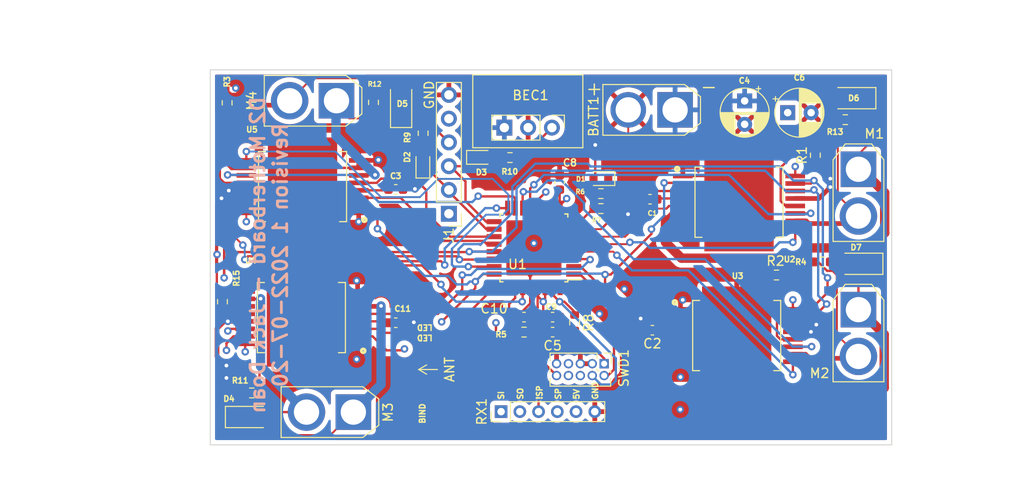
<source format=kicad_pcb>
(kicad_pcb (version 20211014) (generator pcbnew)
  (layers (0 "F.Cu" signal) (1 "In1.Cu" signal) (2 "In2.Cu" signal) (31 "B.Cu" signal) (34 "B.Paste" user) (35 "F.Paste" user) (36 "B.SilkS" user "B.Silkscreen") (37 "F.SilkS" user "F.Silkscreen") (38 "B.Mask" user) (39 "F.Mask" user) (44 "Edge.Cuts" user))
  (net 0 "")
  (net 1 "5V")
  (net 2 "BATT")
  (net 3 "GND")
  (net 5 "FTDI_RXI")
  (net 6 "FTDI_TXO")
  (net 7 "EN4")
  (net 8 "SWDIO")
  (net 9 "RX_FPORT_RX_SERCOM0")
  (net 10 "EN3")
  (net 11 "OUT1_P")
  (net 12 "OUT1_N")
  (net 13 "OUT2_P")
  (net 14 "OUT2_N")
  (net 15 "OUT3_P")
  (net 16 "OUT3_N")
  (net 17 "OUT4_P")
  (net 18 "OUT4_N")
  (net 19 "Net-(R1-Pad1)")
  (net 20 "Net-(R2-Pad1)")
  (net 21 "DIR1")
  (net 22 "DIR2")
  (net 23 "DIR3")
  (net 24 "DIR4")
  (net 25 "EN1")
  (net 26 "EN2")
  (net 27 "V_BATT_SENSE")
  (net 28 "RX_FPORT_TX")
  (net 29 "PWM1")
  (net 30 "PWM3")
  (net 31 "PWM4")
  (net 32 "CS4")
  (net 33 "MOSI")
  (net 34 "SCK")
  (net 35 "CS1")
  (net 36 "MISO")
  (net 37 "CS3")
  (net 38 "CS2")
  (net 39 "SWCLK")
  (net 40 "PWM2")
  (net 41 "RESET")
  (net 42 "Net-(D1-Pad1)")
  (net 43 "Net-(D2-Pad2)")
  (net 44 "Net-(D3-Pad2)")
  (net 46 "Net-(D4-Pad2)")
  (net 47 "Net-(D5-Pad2)")
  (net 48 "Net-(D6-Pad2)")
  (net 49 "Net-(D7-Pad2)")
  (net 56 "Net-(C11-Pad1)")
  (net 57 "Net-(R15-Pad1)")
  (net 58 "Net-(C3-Pad1)")
  (net 59 "Net-(R3-Pad1)")
  (net 60 "Net-(C1-Pad1)")
  (net 61 "Net-(C2-Pad1)")
  (footprint "Connector_AMASS:AMASS_XT30U-F_1x02_P5.0mm_Vertical" (layer "F.Cu") (at 118.975 90.55 180)
    (fp_text reference "M3")
    (fp_text value "Screw_Terminal_01x02")
  )
  (footprint "PowerSO-16:IC_VND5T016ASPTR-E_wider_pads" (layer "F.Cu") (at 113.55 66.45 180)
    (fp_text reference "U5")
    (fp_text value "L9958")
  )
  (footprint "Resistor_SMD:R_0603_1608Metric" (layer "F.Cu") (at 108.13 88.5)
    (fp_text reference "R11")
    (fp_text value "1k 1%")
  )
  (footprint "Resistor_SMD:R_0603_1608Metric" (layer "F.Cu") (at 126.425 60.75 -90)
    (fp_text reference "R9")
    (fp_text value "330 1%")
  )
  (footprint "Resistor_SMD:R_0603_1608Metric" (layer "F.Cu") (at 169 74.5 180)
    (fp_text reference "R4")
    (fp_text value "1k 1%")
  )
  (footprint "Capacitor_SMD:C_0603_1608Metric" (layer "F.Cu") (at 150.9 81.8 180)
    (fp_text reference "C2")
    (fp_text value "0.1uF")
  )
  (footprint "Resistor_SMD:R_0603_1608Metric" (layer "F.Cu") (at 164.15 75.9 180)
    (fp_text reference "R2")
    (fp_text value "10k 1%")
  )
  (footprint "Resistor_SMD:R_0603_1608Metric" (layer "F.Cu") (at 145.4 67.2 180)
    (fp_text reference "R6")
    (fp_text value "10k 1%" hide)
  )
  (footprint "Resistor_SMD:R_0603_1608Metric" (layer "F.Cu") (at 142.6 81 90)
    (fp_text reference "R8")
    (fp_text value "1k 1%")
  )
  (footprint "Resistor_SMD:R_0603_1608Metric" (layer "F.Cu") (at 137.2 82)
    (fp_text reference "R5")
    (fp_text value "10k 1%")
  )
  (footprint "Diode_SMD:D_0603_1608Metric" (layer "F.Cu") (at 132.55 63.325)
    (fp_text reference "D3")
    (fp_text value "LED")
  )
  (footprint "Diode_SMD:D_0603_1608Metric" (layer "F.Cu") (at 126.4 64.05 90)
    (fp_text reference "D2")
    (fp_text value "LED")
  )
  (footprint "Resistor_SMD:R_0603_1608Metric" (layer "F.Cu") (at 168.3 63.1 90)
    (fp_text reference "R1")
    (fp_text value "10k 1%")
  )
  (footprint "Connector_PinHeader_2.54mm:PinHeader_1x06_P2.54mm_Vertical" (layer "F.Cu") (at 129.175 69.35 180)
    (fp_text reference "J1")
    (fp_text value "FTDI")
  )
  (footprint "Capacitor_SMD:C_0603_1608Metric" (layer "F.Cu") (at 141 66 90)
    (fp_text reference "C8")
    (fp_text value "0.1uF")
  )
  (footprint "Resistor_SMD:R_0603_1608Metric" (layer "F.Cu") (at 171.5 59.3)
    (fp_text reference "R13")
    (fp_text value "1k 1%")
  )
  (footprint "Resistor_SMD:R_0603_1608Metric" (layer "F.Cu") (at 121.125 57.45 -90)
    (fp_text reference "R12")
    (fp_text value "1k 1%")
  )
  (footprint "Connector_PinHeader_2.00mm:PinHeader_1x06_P2.00mm_Vertical" (layer "F.Cu") (at 134.75 90.5 90)
    (fp_text reference "RX1")
    (fp_text value "RX")
  )
  (footprint "Connector_PinHeader_1.27mm:PinHeader_2x05_P1.27mm_Vertical" (layer "F.Cu") (at 145.75 85.375 -90)
    (fp_text reference "SWD1")
    (fp_text value "Conn_02x05_Odd_Even" hide)
  )
  (footprint "Capacitor_SMD:C_0603_1608Metric" (layer "F.Cu") (at 150.65 67.8 180)
    (fp_text reference "C1")
    (fp_text value "0.1uF")
  )
  (footprint "Connector_AMASS:AMASS_XT30U-F_1x02_P5.0mm_Vertical" (layer "F.Cu") (at 172.9 79.6 -90)
    (fp_text reference "M2")
    (fp_text value "Screw_Terminal_01x02" hide)
  )
  (footprint "Capacitor_SMD:C_0603_1608Metric" (layer "F.Cu") (at 137.2 80.4 180)
    (fp_text reference "C10")
    (fp_text value "0.1uF")
  )
  (footprint "LED_SMD:LED_1206_3216Metric_Pad1.42x1.75mm_HandSolder" (layer "F.Cu") (at 173.05 74.7 180)
    (fp_text reference "D7")
    (fp_text value "LED_Dual_Bidirectional")
  )
  (footprint "Resistor_SMD:R_0603_1608Metric" (layer "F.Cu") (at 105.5 57.5 90)
    (fp_text reference "R3")
    (fp_text value "10k 1%")
  )
  (footprint "Connector_PinHeader_2.54mm:PinHeader_1x03_P2.54mm_Vertical" (layer "F.Cu") (at 140.175 60.15 -90)
    (fp_text reference "BEC1")
    (fp_text value "BEC")
  )
  (footprint "Capacitor_SMD:C_0603_1608Metric" (layer "F.Cu") (at 140.25 80.4)
    (fp_text reference "C9")
    (fp_text value "1uF")
  )
  (footprint "Capacitor_SMD:C_0603_1608Metric" (layer "F.Cu") (at 123.5 66.75)
    (fp_text reference "C3")
    (fp_text value "0.1uF")
  )
  (footprint "PowerSO-16:IC_VND5T016ASPTR-E_wider_pads" (layer "F.Cu") (at 113.43 80.45 180)
    (fp_text reference "U4")
    (fp_text value "L9958")
  )
  (footprint "LED_SMD:LED_1206_3216Metric_Pad1.42x1.75mm_HandSolder" (layer "F.Cu") (at 172.3 57 180)
    (fp_text reference "D6")
    (fp_text value "LED_Dual_Bidirectional")
  )
  (footprint "Package_QFP:TQFP-32_7x7mm_P0.8mm" (layer "F.Cu") (at 138.25 73 180)
    (fp_text reference "U1")
    (fp_text value "PIC32CM6408MC00032-I/PT" hide)
  )
  (footprint "Connector_AMASS:AMASS_XT30U-M_1x02_P5.0mm_Vertical" (layer "F.Cu") (at 153.325 58.25 180)
    (fp_text reference "BATT1")
    (fp_text value "Screw_Terminal_01x02" hide)
  )
  (footprint "Capacitor_THT:CP_Radial_D5.0mm_P2.50mm" (layer "F.Cu") (at 165.344888 58.55)
    (fp_text reference "C6")
    (fp_text value "47uF")
  )
  (footprint "LED_SMD:LED_1206_3216Metric_Pad1.42x1.75mm_HandSolder" (layer "F.Cu") (at 107.775 91.075)
    (fp_text reference "D4")
    (fp_text value "LED_Dual_Bidirectional")
  )
  (footprint "Capacitor_SMD:C_0603_1608Metric" (layer "F.Cu") (at 140.25 82)
    (fp_text reference "C5")
    (fp_text value "0.1uF")
  )
  (footprint "Capacitor_SMD:C_0603_1608Metric" (layer "F.Cu") (at 123.5 81)
    (fp_text reference "C11")
    (fp_text value "0.1uF")
  )
  (footprint "Connector_AMASS:AMASS_XT30U-F_1x02_P5.0mm_Vertical" (layer "F.Cu") (at 172.9 64.6 -90)
    (fp_text reference "M1")
    (fp_text value "Screw_Terminal_01x02" hide)
  )
  (footprint "Resistor_SMD:R_0603_1608Metric" (layer "F.Cu") (at 135.7 63.35 180)
    (fp_text reference "R10")
    (fp_text value "330 1%")
  )
  (footprint "Diode_SMD:D_0603_1608Metric" (layer "F.Cu") (at 145.4 65.6 180)
    (fp_text reference "D1")
    (fp_text value "D")
  )
  (footprint "Resistor_SMD:R_0603_1608Metric" (layer "F.Cu") (at 145.4 68.8)
    (fp_text reference "R7")
    (fp_text value "10k 1%" hide)
  )
  (footprint "Connector_AMASS:AMASS_XT30U-F_1x02_P5.0mm_Vertical" (layer "F.Cu") (at 117.175 57.275 180)
    (fp_text reference "M4")
    (fp_text value "Screw_Terminal_01x02")
  )
  (footprint "LED_SMD:LED_1206_3216Metric_Pad1.42x1.75mm_HandSolder" (layer "F.Cu") (at 124.075 57.675 90)
    (fp_text reference "D5")
    (fp_text value "LED_Dual_Bidirectional")
  )
  (footprint "PowerSO-16:IC_VND5T016ASPTR-E_wider_pads" (layer "F.Cu") (at 159.9 82.37)
    (fp_text reference "U3")
    (fp_text value "L9958")
  )
  (footprint "Capacitor_THT:CP_Radial_D5.0mm_P2.50mm" (layer "F.Cu") (at 160.75 57.294888 -90)
    (fp_text reference "C4")
    (fp_text value "220uF" hide)
  )
  (footprint "PowerSO-16:IC_VND5T016ASPTR-E_wider_pads" (layer "F.Cu") (at 160.15 68.12)
    (fp_text reference "U2")
    (fp_text value "L9958")
  )
  (footprint "Resistor_SMD:R_0603_1608Metric" (layer "F.Cu") (at 105 78.75 90)
    (fp_text reference "R15")
    (fp_text value "10k 1%")
  )
  (gr_rect (start 103.7 53.975) (end 176.45 94.05) (layer "Edge.Cuts") (width 0.1) (fill none))
  (gr_text "D2 Motherboard - Jack Doan\nRevision 1 2022-07-20" (at 109.975 73.775 90) (layer "B.SilkS") (effects (font (size 1.5 1.5) (thickness 0.3)) (justify mirror)))
  (gr_text "GND" (at 127.075 56.65 90) (layer "F.SilkS") (effects (font (size 1 1))))
  (segment (start 141.05 68.4245) (end 141.75 67.7245) (width 0.25) (layer "F.Cu") (net 1))
  (segment (start 142.5 81.575) (end 145.75 84.825) (width 0.25) (layer "F.Cu") (net 1))
  (segment (start 141 66.775) (end 141 68.7) (width 0.25) (layer "F.Cu") (net 1))
  (segment (start 138.025 81.8) (end 139.475 81.8) (width 0.25) (layer "F.Cu") (net 1))
  (segment (start 138.65 77.25) (end 138.65 78.15) (width 0.25) (layer "F.Cu") (net 1))
  (segment (start 165.9 79.57) (end 165.9 78.55) (width 0.25) (layer "F.Cu") (net 1))
  (segment (start 137.975 80.4) (end 139.475 80.4) (width 0.25) (layer "F.Cu") (net 1))
  (segment (start 138.65 78.15) (end 139.25 78.75) (width 0.25) (layer "F.Cu") (net 1))
  (segment (start 126.925 59.925) (end 127.37 59.925) (width 0.25) (layer "F.Cu") (net 1))
  (segment (start 139.475 80.4) (end 139.475 81.8) (width 0.25) (layer "F.Cu") (net 1))
  (segment (start 166.15 65.32) (end 166.15 64.3) (width 0.25) (layer "F.Cu") (net 1))
  (segment (start 138.025 80) (end 138.025 81.6) (width 0.25) (layer "F.Cu") (net 1))
  (segment (start 136.975 63.35) (end 140.175 60.15) (width 0.25) (layer "F.Cu") (net 1))
  (segment (start 139.45 77.25) (end 139.45 78.55) (width 0.25) (layer "F.Cu") (net 1))
  (segment (start 139.25 78.75) (end 139.25 80.175) (width 0.25) (layer "F.Cu") (net 1))
  (segment (start 145.75 84.825) (end 145.75 85.375) (width 0.25) (layer "F.Cu") (net 1))
  (segment (start 139.45 78.55) (end 139.25 78.75) (width 0.25) (layer "F.Cu") (net 1))
  (segment (start 107.55 69.25) (end 107.55 70.2) (width 0.2) (layer "F.Cu") (net 1))
  (segment (start 138.65 77.25) (end 138.65 79.375) (width 0.25) (layer "F.Cu") (net 1))
  (segment (start 138.65 79.375) (end 138.025 80) (width 0.25) (layer "F.Cu") (net 1))
  (segment (start 136.525 63.35) (end 136.975 63.35) (width 0.25) (layer "F.Cu") (net 1))
  (segment (start 138.65 77.25) (end 139.45 77.25) (width 0.25) (layer "F.Cu") (net 1))
  (segment (start 127.37 59.925) (end 129.175 61.73) (width 0.25) (layer "F.Cu") (net 1))
  (segment (start 107.43 83.25) (end 107.43 84.1005) (width 0.25) (layer "F.Cu") (net 1))
  (via (at 166.15 64.3) (size 0.8) (drill 0.4) (layers "F.Cu" "B.Cu") (net 1))
  (via (at 165.9 78.55) (size 0.8) (drill 0.4) (layers "F.Cu" "B.Cu") (net 1))
  (via (at 107.55 70.2) (size 0.8) (drill 0.4) (layers "F.Cu" "B.Cu") (net 1))
  (via (at 139.25 78.75) (size 0.8) (drill 0.4) (layers "F.Cu" "B.Cu") (net 1))
  (via (at 141.75 67.7245) (size 0.8) (drill 0.4) (layers "F.Cu" "B.Cu") (net 1))
  (via (at 107.43 84.1005) (size 0.8) (drill 0.4) (layers "F.Cu" "B.Cu") (net 1))
  (segment (start 149.875 67.825) (end 148.3 69.4) (width 0.25) (layer "F.Cu") (net 2))
  (segment (start 105.425 85.575) (end 104.425 84.575) (width 0.5) (layer "F.Cu") (net 2))
  (segment (start 104.9 67.7) (end 104.9 67.65) (width 0.5) (layer "F.Cu") (net 2))
  (segment (start 165.9 81.97) (end 167.83 81.97) (width 0.5) (layer "F.Cu") (net 2))
  (segment (start 105.675 66.875) (end 107.525 66.875) (width 0.5) (layer "F.Cu") (net 2))
  (segment (start 104.425 84.575) (end 104.425 81.624767) (width 0.5) (layer "F.Cu") (net 2))
  (segment (start 124.325 66.7) (end 125.55 66.7) (width 0.25) (layer "F.Cu") (net 2))
  (segment (start 150.125 81.8) (end 150.125 81.025) (width 0.25) (layer "F.Cu") (net 2))
  (segment (start 104.425 81.624767) (end 105.199767 80.85) (width 0.5) (layer "F.Cu") (net 2))
  (segment (start 107.525 66.875) (end 107.55 66.85) (width 0.5) (layer "F.Cu") (net 2))
  (segment (start 105.575 80.85) (end 105.225 80.85) (width 0.5) (layer "F.Cu") (net 2))
  (segment (start 105.199767 80.85) (end 107.43 80.85) (width 0.5) (layer "F.Cu") (net 2))
  (segment (start 150.125 81.025) (end 149.65 80.55) (width 0.25) (layer "F.Cu") (net 2))
  (segment (start 169.9 66.5) (end 169.9 65.6) (width 0.5) (layer "F.Cu") (net 2))
  (segment (start 104.9 67.65) (end 105.675 66.875) (width 0.5) (layer "F.Cu") (net 2))
  (segment (start 124.205 80.95) (end 125.43 80.95) (width 0.25) (layer "F.Cu") (net 2))
  (segment (start 168.68 67.72) (end 169.9 66.5) (width 0.5) (layer "F.Cu") (net 2))
  (segment (start 107.43 80.85) (end 105.575 80.85) (width 0.5) (layer "F.Cu") (net 2))
  (segment (start 144.8 62) (end 144.8 65.4125) (width 0.25) (layer "F.Cu") (net 2))
  (segment (start 166.15 67.72) (end 168.68 67.72) (width 0.5) (layer "F.Cu") (net 2))
  (via (at 105.425 86.9) (size 0.8) (drill 0.4) (layers "F.Cu" "B.Cu") (net 2))
  (via (at 104.9 67.7) (size 0.8) (drill 0.4) (layers "F.Cu" "B.Cu") (net 2))
  (via (at 125.55 66.7) (size 0.8) (drill 0.4) (layers "F.Cu" "B.Cu") (net 2))
  (via (at 148.3 69.4) (size 0.8) (drill 0.4) (layers "F.Cu" "B.Cu") (net 2))
  (via (at 167.83 81.97) (size 0.8) (drill 0.4) (layers "F.Cu" "B.Cu") (net 2))
  (via (at 125.43 80.95) (size 0.8) (drill 0.4) (layers "F.Cu" "B.Cu") (net 2))
  (via (at 105.425 85.575) (size 0.8) (drill 0.4) (layers "F.Cu" "B.Cu") (net 2))
  (via (at 169.9 66.5) (size 0.8) (drill 0.4) (layers "F.Cu" "B.Cu") (net 2))
  (via (at 105.575 80.85) (size 0.8) (drill 0.4) (layers "F.Cu" "B.Cu") (net 2))
  (via (at 105.675 66.875) (size 0.8) (drill 0.4) (layers "F.Cu" "B.Cu") (net 2))
  (via (at 169.9 65.6) (size 0.8) (drill 0.4) (layers "F.Cu" "B.Cu") (net 2))
  (via (at 168.4 81.2) (size 0.8) (drill 0.4) (layers "F.Cu" "B.Cu") (net 2))
  (via (at 149.65 80.55) (size 0.8) (drill 0.4) (layers "F.Cu" "B.Cu") (net 2))
  (via (at 144.8 62) (size 0.8) (drill 0.4) (layers "F.Cu" "B.Cu") (net 2))
  (segment (start 105.425 85.575) (end 105.425 86.9) (width 0.5) (layer "B.Cu") (net 2))
  (segment (start 119.93 77.65) (end 119.93 78.45) (width 0.25) (layer "F.Cu") (net 3))
  (segment (start 148.325 61.830112) (end 148.325 58.25) (width 0.2) (layer "F.Cu") (net 3))
  (segment (start 140.25 68.75) (end 140.25 71.75) (width 0.25) (layer "F.Cu") (net 3))
  (segment (start 153.9 84.37) (end 157.9 84.37) (width 0.25) (layer "F.Cu") (net 3))
  (segment (start 153.9 79.57) (end 153.9 78.8) (width 0.25) (layer "F.Cu") (net 3))
  (segment (start 154.15 70.12) (end 158.15 70.12) (width 0.25) (layer "F.Cu") (net 3))
  (segment (start 147.5 67.525) (end 147.5 62.655112) (width 0.2) (layer "F.Cu") (net 3))
  (segment (start 116.35 69.25) (end 119.55 69.25) (width 0.25) (layer "F.Cu") (net 3))
  (segment (start 141.025 80) (end 141.025 81.5) (width 0.25) (layer "F.Cu") (net 3))
  (segment (start 119.43 83.25) (end 119.43 84.8) (width 0.25) (layer "F.Cu") (net 3))
  (segment (start 153.9 79.57) (end 157.1 79.57) (width 0.25) (layer "F.Cu") (net 3))
  (segment (start 147.5 62.655112) (end 148.325 61.830112) (width 0.2) (layer "F.Cu") (net 3))
  (segment (start 138.875 73.125) (end 138.25 72.5) (width 0.25) (layer "F.Cu") (net 3))
  (segment (start 137.85 78.95) (end 136.6 80.2) (width 0.25) (layer "F.Cu") (net 3))
  (segment (start 119.93 77.65) (end 116.73 77.65) (width 0.25) (layer "F.Cu") (net 3))
  (segment (start 121.6 63.65) (end 121.65 63.6) (width 0.25) (layer "F.Cu") (net 3))
  (segment (start 153.9 85.17) (end 153.9 86.8) (width 0.25) (layer "F.Cu") (net 3))
  (segment (start 119.55 69.25) (end 119.55 70.2) (width 0.25) (layer "F.Cu") (net 3))
  (segment (start 104.4 77.65) (end 104.4 73.725) (width 0.25) (layer "F.Cu") (net 3))
  (segment (start 138.875 73.125) (end 137.85 74.15) (width 0.25) (layer "F.Cu") (net 3))
  (segment (start 119.43 84.8) (end 119.33 84.9) (width 0.25) (layer "F.Cu") (net 3))
  (segment (start 119.93 83.25) (end 116.73 83.25) (width 0.25) (layer "F.Cu") (net 3))
  (segment (start 152.975402 77.4) (end 147.9 77.4) (width 0.25) (layer "F.Cu") (net 3))
  (segment (start 119.43 76.6) (end 119.33 76.5) (width 0.25) (layer "F.Cu") (net 3))
  (segment (start 154.15 70.12) (end 154.15 70.92) (width 0.25) (layer "F.Cu") (net 3))
  (segment (start 153.9 78.8) (end 154.137701 78.562299) (width 0.25) (layer "F.Cu") (net 3))
  (segment (start 146.225 68.8) (end 147.5 67.525) (width 0.2) (layer "F.Cu") (net 3))
  (segment (start 154.137701 78.562299) (end 152.975402 77.4) (width 0.25) (layer "F.Cu") (net 3))
  (segment (start 119.55 63.65) (end 121.6 63.65) (width 0.25) (layer "F.Cu") (net 3))
  (segment (start 153.9 84.37) (end 153.9 85.17) (width 0.25) (layer "F.Cu") (net 3))
  (segment (start 140.25 71.75) (end 138.875 73.125) (width 0.25) (layer "F.Cu") (net 3))
  (segment (start 154.15 65.32) (end 157.35 65.32) (width 0.25) (layer "F.Cu") (net 3))
  (segment (start 137.85 74.15) (end 137.85 77.25) (width 0.25) (layer "F.Cu") (net 3))
  (segment (start 104.4 73.725) (end 104.425 73.7) (width 0.25) (layer "F.Cu") (net 3))
  (segment (start 137.85 77.25) (end 137.85 78.95) (width 0.25) (layer "F.Cu") (net 3))
  (segment (start 119.43 77.65) (end 119.43 76.6) (width 0.25) (layer "F.Cu") (net 3))
  (segment (start 119.55 63.65) (end 119.55 64.45) (width 0.25) (layer "F.Cu") (net 3))
  (segment (start 119.55 64.45) (end 115.55 64.45) (width 0.25) (layer "F.Cu") (net 3))
  (segment (start 104.625 77.875) (end 104.4 77.65) (width 0.25) (layer "F.Cu") (net 3))
  (via (at 147.9 77.4) (size 0.8) (drill 0.4) (layers "F.Cu" "B.Cu") (net 3))
  (via (at 104.425 73.7) (size 0.8) (drill 0.4) (layers "F.Cu" "B.Cu") (net 3))
  (via (at 153.9 86.8) (size 0.8) (drill 0.4) (layers "F.Cu" "B.Cu") (net 3))
  (via (at 154.137701 78.562299) (size 0.8) (drill 0.4) (layers "F.Cu" "B.Cu") (net 3))
  (via (at 145.25 80.05) (size 0.8) (drill 0.4) (layers "F.Cu" "B.Cu") (net 3))
  (via (at 119.55 70.2) (size 0.8) (drill 0.4) (layers "F.Cu" "B.Cu") (net 3))
  (via (at 119.33 84.9) (size 0.8) (drill 0.4) (layers "F.Cu" "B.Cu") (net 3))
  (via (at 153.875 90.275) (size 0.8) (drill 0.4) (layers "F.Cu" "B.Cu") (net 3))
  (via (at 138.25 72.5) (size 0.8) (drill 0.4) (layers "F.Cu" "B.Cu") (net 3))
  (via (at 106.425 55.925) (size 0.8) (drill 0.4) (layers "F.Cu" "B.Cu") (net 3))
  (via (at 119.33 76.5) (size 0.8) (drill 0.4) (layers "F.Cu" "B.Cu") (net 3))
  (via (at 121.65 63.6) (size 0.8) (drill 0.4) (layers "F.Cu" "B.Cu") (net 3))
  (segment (start 126.4 64.8375) (end 127.2025 64.8375) (width 0.25) (layer "F.Cu") (net 5))
  (segment (start 134 71) (end 133.175 71) (width 0.25) (layer "F.Cu") (net 5))
  (segment (start 133.175 71) (end 129.175 67) (width 0.25) (layer "F.Cu") (net 5))
  (segment (start 127.2025 64.8375) (end 129.175 66.81) (width 0.25) (layer "F.Cu") (net 5))
  (segment (start 129.32 64.27) (end 130.95 65.9) (width 0.25) (layer "F.Cu") (net 6))
  (segment (start 130.8175 64.27) (end 131.7625 63.325) (width 0.25) (layer "F.Cu") (net 6))
  (segment (start 130.95 68) (end 133.15 70.2) (width 0.25) (layer "F.Cu") (net 6))
  (segment (start 129.175 64.27) (end 130.8175 64.27) (width 0.25) (layer "F.Cu") (net 6))
  (segment (start 130.95 65.9) (end 130.95 68) (width 0.25) (layer "F.Cu") (net 6))
  (segment (start 133.15 70.2) (end 134 70.2) (width 0.25) (layer "F.Cu") (net 6))
  (segment (start 107.55 62.7) (end 107.55 63.65) (width 0.25) (layer "F.Cu") (net 7))
  (segment (start 134 75) (end 131.5 75) (width 0.25) (layer "F.Cu") (net 7))
  (segment (start 131.5 75) (end 131.4 75.1) (width 0.25) (layer "F.Cu") (net 7))
  (via (at 131.25 75) (size 0.8) (drill 0.4) (layers "F.Cu" "B.Cu") (net 7))
  (via (at 107.55 62.7) (size 0.8) (drill 0.4) (layers "F.Cu" "B.Cu") (net 7))
  (segment (start 128.025 65.625) (end 133.85 65.625) (width 0.2) (layer "B.Cu") (net 7))
  (segment (start 133.15 69.45) (end 129.5 73.1) (width 0.2) (layer "B.Cu") (net 7))
  (segment (start 131.25 75) (end 129.7 75) (width 0.25) (layer "B.Cu") (net 7))
  (segment (start 126.075 67.575) (end 128.025 65.625) (width 0.2) (layer "B.Cu") (net 7))
  (segment (start 135.525 68.875) (end 134.95 69.45) (width 0.2) (layer "B.Cu") (net 7))
  (segment (start 134.95 69.45) (end 133.15 69.45) (width 0.2) (layer "B.Cu") (net 7))
  (segment (start 135.525 67.3) (end 135.525 68.875) (width 0.2) (layer "B.Cu") (net 7))
  (segment (start 129.7 75) (end 129.5 74.8) (width 0.25) (layer "B.Cu") (net 7))
  (segment (start 117.05 62.7) (end 121.925 67.575) (width 0.2) (layer "B.Cu") (net 7))
  (segment (start 129.5 73.1) (end 129.5 74.8) (width 0.25) (layer "B.Cu") (net 7))
  (segment (start 133.85 65.625) (end 135.525 67.3) (width 0.2) (layer "B.Cu") (net 7))
  (segment (start 107.55 62.7) (end 117.05 62.7) (width 0.2) (layer "B.Cu") (net 7))
  (segment (start 121.925 67.575) (end 126.075 67.575) (width 0.2) (layer "B.Cu") (net 7))
  (segment (start 146.155 86.645) (end 145.75 86.645) (width 0.25) (layer "F.Cu") (net 8))
  (segment (start 146.8 86) (end 146.155 86.645) (width 0.25) (layer "F.Cu") (net 8))
  (segment (start 146.8 83) (end 146.8 86) (width 0.25) (layer "F.Cu") (net 8))
  (segment (start 141.05 77.25) (end 146.8 83) (width 0.25) (layer "F.Cu") (net 8))
  (segment (start 138.75 90.5) (end 138.75 87.35) (width 0.25) (layer "F.Cu") (net 9))
  (segment (start 134.2 82.8) (end 134.2 81) (width 0.25) (layer "F.Cu") (net 9))
  (segment (start 138.65 67.899904) (end 139.524952 67.024952) (width 0.25) (layer "F.Cu") (net 9))
  (segment (start 138.75 87.35) (end 134.2 82.8) (width 0.25) (layer "F.Cu") (net 9))
  (segment (start 138.65 68.75) (end 138.65 67.899904) (width 0.25) (layer "F.Cu") (net 9))
  (via (at 139.524952 67.024952) (size 0.8) (drill 0.4) (layers "F.Cu" "B.Cu") (net 9))
  (via (at 134.2 81) (size 0.8) (drill 0.4) (layers "F.Cu" "B.Cu") (net 9))
  (segment (start 107.43 76.85) (end 109.405 74.875) (width 0.25) (layer "F.Cu") (net 10))
  (segment (start 137.05 77.25) (end 137.05 78.7) (width 0.25) (layer "F.Cu") (net 10))
  (segment (start 107.43 77.65) (end 107.43 76.85) (width 0.25) (layer "F.Cu") (net 10))
  (segment (start 137.05 78.7) (end 137 78.75) (width 0.25) (layer "F.Cu") (net 10))
  (segment (start 126.305 74.875) (end 128.33 76.9) (width 0.25) (layer "F.Cu") (net 10))
  (segment (start 109.405 74.875) (end 126.305 74.875) (width 0.25) (layer "F.Cu") (net 10))
  (via (at 128.33 76.9) (size 0.8) (drill 0.4) (layers "F.Cu" "B.Cu") (net 10))
  (via (at 137 78.75) (size 0.8) (drill 0.4) (layers "F.Cu" "B.Cu") (net 10))
  (segment (start 129.95 78.75) (end 137 78.75) (width 0.25) (layer "B.Cu") (net 10))
  (segment (start 128.33 76.9) (end 128.33 77.13) (width 0.25) (layer "B.Cu") (net 10))
  (segment (start 128.33 77.13) (end 129.95 78.75) (width 0.25) (layer "B.Cu") (net 10))
  (segment (start 175.7 71.4) (end 175.7 67.1) (width 1) (layer "F.Cu") (net 11))
  (segment (start 152.98 69.32) (end 152.3 70) (width 0.5) (layer "F.Cu") (net 11))
  (segment (start 172.675 63.225) (end 173.9 62) (width 0.2) (layer "F.Cu") (net 11))
  (segment (start 173.9 62) (end 173.9 57.1125) (width 0.2) (layer "F.Cu") (net 11))
  (segment (start 154 74.1) (end 166.5 74.1) (width 1) (layer "F.Cu") (net 11))
  (segment (start 174.1 73) (end 175.7 71.4) (width 1) (layer "F.Cu") (net 11))
  (segment (start 167.6 73) (end 174.1 73) (width 1) (layer "F.Cu") (net 11))
  (segment (start 154.15 69.32) (end 152.98 69.32) (width 0.5) (layer "F.Cu") (net 11))
  (segment (start 152.3 70) (end 152.3 72.4) (width 1) (layer "F.Cu") (net 11))
  (segment (start 166.5 74.1) (end 167.6 73) (width 1) (layer "F.Cu") (net 11))
  (segment (start 152.3 72.4) (end 154 74.1) (width 1) (layer "F.Cu") (net 11))
  (segment (start 175.7 67.1) (end 173.2 64.6) (width 1) (layer "F.Cu") (net 11))
  (segment (start 172.325 59.3) (end 170.7 60.925) (width 0.2) (layer "F.Cu") (net 12))
  (segment (start 167.6 70.4) (end 167.32 70.12) (width 0.5) (layer "F.Cu") (net 12))
  (segment (start 167.6 70.4) (end 172.1 70.4) (width 0.5) (layer "F.Cu") (net 12))
  (segment (start 170.7 60.925) (end 170.7 67.4) (width 0.2) (layer "F.Cu") (net 12))
  (segment (start 167.32 70.12) (end 166.15 70.12) (width 0.5) (layer "F.Cu") (net 12))
  (segment (start 170.7 67.4) (end 172.9 69.6) (width 0.2) (layer "F.Cu") (net 12))
  (segment (start 151.9 87.6) (end 152.62 88.32) (width 1) (layer "F.Cu") (net 13))
  (segment (start 175.28 88.32) (end 175.65 87.95) (width 1) (layer "F.Cu") (net 13))
  (segment (start 152.62 88.32) (end 175.28 88.32) (width 1) (layer "F.Cu") (net 13))
  (segment (start 175.65 82.25) (end 173 79.6) (width 1) (layer "F.Cu") (net 13))
  (segment (start 174.5375 74.7) (end 172.9 76.3375) (width 0.25) (layer "F.Cu") (net 13))
  (segment (start 151.9 84.22) (end 151.9 87.6) (width 1) (layer "F.Cu") (net 13))
  (segment (start 153.9 83.57) (end 152.55 83.57) (width 0.5) (layer "F.Cu") (net 13))
  (segment (start 172.9 76.3375) (end 172.9 79.6) (width 0.25) (layer "F.Cu") (net 13))
  (segment (start 175.65 87.95) (end 175.65 82.25) (width 1) (layer "F.Cu") (net 13))
  (segment (start 152.55 83.57) (end 151.9 84.22) (width 0.6) (layer "F.Cu") (net 13))
  (segment (start 167.25 84.37) (end 167.68 84.8) (width 0.5) (layer "F.Cu") (net 14))
  (segment (start 168.6 74.5) (end 169.55 75.45) (width 0.25) (layer "F.Cu") (net 14))
  (segment (start 167.68 84.8) (end 172.7 84.8) (width 0.5) (layer "F.Cu") (net 14))
  (segment (start 168.225 74.5) (end 168.6 74.5) (width 0.25) (layer "F.Cu") (net 14))
  (segment (start 170.6 76.35) (end 170.6 82.3) (width 0.2) (layer "F.Cu") (net 14))
  (segment (start 170.15 75.45) (end 170.6 75.9) (width 0.25) (layer "F.Cu") (net 14))
  (segment (start 165.9 84.37) (end 167.25 84.37) (width 0.5) (layer "F.Cu") (net 14))
  (segment (start 169.55 75.45) (end 170.15 75.45) (width 0.25) (layer "F.Cu") (net 14))
  (segment (start 170.6 82.3) (end 172.9 84.6) (width 0.2) (layer "F.Cu") (net 14))
  (segment (start 170.6 75.9) (end 170.6 76.35) (width 0.25) (layer "F.Cu") (net 14))
  (segment (start 108.35 93) (end 116.525 93) (width 0.2) (layer "F.Cu") (net 15))
  (segment (start 106.425 91.075) (end 108.35 93) (width 0.2) (layer "F.Cu") (net 15))
  (segment (start 116.525 93) (end 118.975 90.55) (width 0.2) (layer "F.Cu") (net 15))
  (segment (start 121.88 79.25) (end 121.93 79.2) (width 0.2) (layer "F.Cu") (net 15))
  (segment (start 119.93 79.25) (end 121.88 79.25) (width 0.5) (layer "F.Cu") (net 15))
  (via (at 121.93 79.2) (size 0.8) (drill 0.4) (layers "F.Cu" "B.Cu") (net 15))
  (segment (start 121.93 87.595) (end 121.93 79.2) (width 1) (layer "B.Cu") (net 15))
  (segment (start 118.975 90.55) (end 121.93 87.595) (width 1) (layer "B.Cu") (net 15))
  (segment (start 109.05 78.45) (end 109.075 78.425) (width 0.25) (layer "F.Cu") (net 16))
  (segment (start 111.005 90.55) (end 113.975 90.55) (width 0.25) (layer "F.Cu") (net 16))
  (segment (start 108.63 78.45) (end 108.955 78.775) (width 0.25) (layer "F.Cu") (net 16))
  (segment (start 108.955 88.5) (end 111.005 90.55) (width 0.25) (layer "F.Cu") (net 16))
  (segment (start 107.43 78.45) (end 109.05 78.45) (width 0.25) (layer "F.Cu") (net 16))
  (segment (start 107.43 78.45) (end 108.63 78.45) (width 0.25) (layer "F.Cu") (net 16))
  (segment (start 108.955 78.775) (end 108.955 88.5) (width 0.25) (layer "F.Cu") (net 16))
  (via (at 109.075 78.425) (size 0.8) (drill 0.4) (layers "F.Cu" "B.Cu") (net 16))
  (segment (start 109.075 78.425) (end 109.075 85.65) (width 1) (layer "B.Cu") (net 16))
  (segment (start 109.075 85.65) (end 113.975 90.55) (width 1) (layer "B.Cu") (net 16))
  (segment (start 124.075 59.1625) (end 118.5375 59.1625) (width 0.2) (layer "F.Cu") (net 17))
  (segment (start 121.25 65.25) (end 121.3 65.2) (width 0.2) (layer "F.Cu") (net 17))
  (segment (start 119.55 65.25) (end 121.25 65.25) (width 0.2) (layer "F.Cu") (net 17))
  (segment (start 118.5375 59.1625) (end 117.125 57.75) (width 0.2) (layer "F.Cu") (net 17))
  (via (at 121.3 65.2) (size 0.8) (drill 0.4) (layers "F.Cu" "B.Cu") (net 17))
  (segment (start 121.3 65.2) (end 117.125 61.025) (width 1) (layer "B.Cu") (net 17))
  (segment (start 117.125 61.025) (end 117.125 57.75) (width 1) (layer "B.Cu") (net 17))
  (segment (start 106.002082 64.45) (end 105.4 63.847918) (width 0.5) (layer "F.Cu") (net 18))
  (segment (start 108.3 57.75) (end 112.125 57.75) (width 0.5) (layer "F.Cu") (net 18))
  (segment (start 112.175 57.275) (end 114.575 54.875) (width 0.2) (layer "F.Cu") (net 18))
  (segment (start 114.575 54.875) (end 119.575 54.875) (width 0.2) (layer "F.Cu") (net 18))
  (segment (start 105.4 63.847918) (end 105.4 60.65) (width 0.5) (layer "F.Cu") (net 18))
  (segment (start 120.275 57.425) (end 121.125 58.275) (width 0.2) (layer "F.Cu") (net 18))
  (segment (start 120.275 55.575) (end 120.275 57.425) (width 0.2) (layer "F.Cu") (net 18))
  (segment (start 119.575 54.875) (end 120.275 55.575) (width 0.2) (layer "F.Cu") (net 18))
  (segment (start 107.55 64.45) (end 106.002082 64.45) (width 0.5) (layer "F.Cu") (net 18))
  (segment (start 105.4 60.65) (end 108.3 57.75) (width 0.5) (layer "F.Cu") (net 18))
  (segment (start 167.575 63.2) (end 165.8 63.2) (width 0.25) (layer "F.Cu") (net 19))
  (segment (start 168.3 63.925) (end 167.575 63.2) (width 0.25) (layer "F.Cu") (net 19))
  (segment (start 165.12 68.52) (end 166.15 68.52) (width 0.25) (layer "F.Cu") (net 19))
  (segment (start 164.6 64.4) (end 164.6 68) (width 0.25) (layer "F.Cu") (net 19))
  (segment (start 165.8 63.2) (end 164.6 64.4) (width 0.25) (layer "F.Cu") (net 19))
  (segment (start 164.6 68) (end 165.12 68.52) (width 0.25) (layer "F.Cu") (net 19))
  (segment (start 164.57 82.77) (end 164.2 82.4) (width 0.25) (layer "F.Cu") (net 20))
  (segment (start 164.2 82.4) (end 164.2 76.975) (width 0.25) (layer "F.Cu") (net 20))
  (segment (start 165.9 82.77) (end 164.57 82.77) (width 0.25) (layer "F.Cu") (net 20))
  (segment (start 164.2 76.975) (end 165.275 75.9) (width 0.25) (layer "F.Cu") (net 20))
  (segment (start 152.4 68.8) (end 152.68 68.52) (width 0.25) (layer "F.Cu") (net 21))
  (segment (start 148 71.8) (end 142.5 71.8) (width 0.2) (layer "F.Cu") (net 21))
  (segment (start 151 68.8) (end 148 71.8) (width 0.2) (layer "F.Cu") (net 21))
  (segment (start 152.68 68.52) (end 154.15 68.52) (width 0.25) (layer "F.Cu") (net 21))
  (segment (start 152.4 68.8) (end 151 68.8) (width 0.2) (layer "F.Cu") (net 21))
  (segment (start 149.47 82.77) (end 153.9 82.77) (width 0.25) (layer "F.Cu") (net 22))
  (segment (start 148.85 81.5) (end 148.85 82.15) (width 0.25) (layer "F.Cu") (net 22))
  (segment (start 143.15 75.8) (end 148.85 81.5) (width 0.25) (layer "F.Cu") (net 22))
  (segment (start 148.85 82.15) (end 149.47 82.77) (width 0.25) (layer "F.Cu") (net 22))
  (segment (start 144.2 74.2) (end 144.25 74.25) (width 0.25) (layer "F.Cu") (net 23))
  (segment (start 130.6 77.45) (end 128 80.05) (width 0.25) (layer "F.Cu") (net 23))
  (segment (start 119.43 80.05) (end 128 80.05) (width 0.25) (layer "F.Cu") (net 23))
  (segment (start 130.6 75.9) (end 130.6 77.45) (width 0.25) (layer "F.Cu") (net 23))
  (segment (start 142.5 74.2) (end 144.2 74.2) (width 0.25) (layer "F.Cu") (net 23))
  (via (at 130.6 75.9) (size 0.8) (drill 0.4) (layers "F.Cu" "B.Cu") (net 23))
  (via (at 144.25 74.25) (size 0.8) (drill 0.4) (layers "F.Cu" "B.Cu") (net 23))
  (segment (start 135.9 75.25) (end 143.25 75.25) (width 0.25) (layer "B.Cu") (net 23))
  (segment (start 130.6 75.9) (end 131.525 75.9) (width 0.25) (layer "B.Cu") (net 23))
  (segment (start 135.8 75.25) (end 135.85 75.3) (width 0.25) (layer "B.Cu") (net 23))
  (segment (start 131.525 75.9) (end 132.175 75.25) (width 0.25) (layer "B.Cu") (net 23))
  (segment (start 135.85 75.3) (end 135.9 75.25) (width 0.25) (layer "B.Cu") (net 23))
  (segment (start 143.25 75.25) (end 144.25 74.25) (width 0.25) (layer "B.Cu") (net 23))
  (segment (start 132.175 75.25) (end 135.8 75.25) (width 0.25) (layer "B.Cu") (net 23))
  (segment (start 126.7625 66.8375) (end 125.525 65.6) (width 0.25) (layer "F.Cu") (net 24))
  (segment (start 126.7625 69.2625) (end 126.7625 66.8375) (width 0.25) (layer "F.Cu") (net 24))
  (segment (start 121.475305 66.05) (end 119.55 66.05) (width 0.25) (layer "F.Cu") (net 24))
  (segment (start 125.525 65.6) (end 121.925305 65.6) (width 0.25) (layer "F.Cu") (net 24))
  (segment (start 129.3 71.8) (end 126.7625 69.2625) (width 0.25) (layer "F.Cu") (net 24))
  (segment (start 121.925305 65.6) (end 121.475305 66.05) (width 0.25) (layer "F.Cu") (net 24))
  (segment (start 134 71.8) (end 129.3 71.8) (width 0.25) (layer "F.Cu") (net 24))
  (segment (start 142.5 72.6) (end 148.3 72.6) (width 0.2) (layer "F.Cu") (net 25))
  (segment (start 166.15 70.92) (end 166.15 72.15) (width 0.25) (layer "F.Cu") (net 25))
  (segment (start 148.3 72.6) (end 148.5 72.4) (width 0.2) (layer "F.Cu") (net 25))
  (segment (start 166.15 72.15) (end 165.9 72.4) (width 0.25) (layer "F.Cu") (net 25))
  (via (at 165.9 72.4) (size 0.8) (drill 0.4) (layers "F.Cu" "B.Cu") (net 25))
  (via (at 148.5 72.4) (size 0.8) (drill 0.4) (layers "F.Cu" "B.Cu") (net 25))
  (segment (start 150.024695 72.4) (end 150.624695 73) (width 0.25) (layer "B.Cu") (net 25))
  (segment (start 164.474695 72.4) (end 163.874695 73) (width 0.25) (layer "B.Cu") (net 25))
  (segment (start 148.5 72.4) (end 150.024695 72.4) (width 0.25) (layer "B.Cu") (net 25))
  (segment (start 165.9 72.4) (end 164.474695 72.4) (width 0.25) (layer "B.Cu") (net 25))
  (segment (start 150.624695 73) (end 163.874695 73) (width 0.25) (layer "B.Cu") (net 25))
  (segment (start 142.5 73.4) (end 146.724598 73.4) (width 0.2) (layer "F.Cu") (net 26))
  (segment (start 146.724598 73.4) (end 147.112299 73.787701) (width 0.2) (layer "F.Cu") (net 26))
  (segment (start 165.9 85.17) (end 165.9 86.55) (width 0.25) (layer "F.Cu") (net 26))
  (via (at 165.9 86.55) (size 0.8) (drill 0.4) (layers "F.Cu" "B.Cu") (net 26))
  (via (at 147.112299 73.787701) (size 0.8) (drill 0.4) (layers "F.Cu" "B.Cu") (net 26))
  (segment (start 154.75 75.4) (end 165.9 86.55) (width 0.25) (layer "B.Cu") (net 26))
  (segment (start 148.7 75.4) (end 154.75 75.4) (width 0.25) (layer "B.Cu") (net 26))
  (segment (start 147.112299 73.787701) (end 148.7 75.375402) (width 0.25) (layer "B.Cu") (net 26))
  (segment (start 148.7 75.375402) (end 148.7 75.4) (width 0.25) (layer "B.Cu") (net 26))
  (segment (start 144.575 67.2) (end 144.575 68.8) (width 0.25) (layer "F.Cu") (net 27))
  (segment (start 143.175 70.2) (end 144.575 68.8) (width 0.25) (layer "F.Cu") (net 27))
  (segment (start 137.85 68.75) (end 137.85 66.65) (width 0.25) (layer "F.Cu") (net 29))
  (segment (start 166.15 69.32) (end 167.78 69.32) (width 0.25) (layer "F.Cu") (net 29))
  (segment (start 137.85 66.65) (end 138.25 66.25) (width 0.25) (layer "F.Cu") (net 29))
  (segment (start 167.78 69.32) (end 167.8 69.3) (width 0.25) (layer "F.Cu") (net 29))
  (via (at 138.25 66.25) (size 0.8) (drill 0.4) (layers "F.Cu" "B.Cu") (net 29))
  (via (at 167.8 69.3) (size 0.8) (drill 0.4) (layers "F.Cu" "B.Cu") (net 29))
  (segment (start 159.1 65.2) (end 163.3 69.4) (width 0.25) (layer "B.Cu") (net 29))
  (segment (start 139.3 65.2) (end 159.1 65.2) (width 0.25) (layer "B.Cu") (net 29))
  (segment (start 167.7 69.4) (end 167.8 69.3) (width 0.25) (layer "B.Cu") (net 29))
  (segment (start 138.25 66.25) (end 139.3 65.2) (width 0.25) (layer "B.Cu") (net 29))
  (segment (start 163.3 69.4) (end 167.7 69.4) (width 0.25) (layer "B.Cu") (net 29))
  (segment (start 128.3305 74.425) (end 128.73 74.8245) (width 0.25) (layer "F.Cu") (net 30))
  (segment (start 135.45 68.75) (end 134.25 68.75) (width 0.25) (layer "F.Cu") (net 30))
  (segment (start 107.43 79.25) (end 106.025 79.25) (width 0.25) (layer "F.Cu") (net 30))
  (segment (start 108.705 74.425) (end 128.3305 74.425) (width 0.25) (layer "F.Cu") (net 30))
  (segment (start 105.8 79.025) (end 105.8 77.33) (width 0.25) (layer "F.Cu") (net 30))
  (segment (start 105.8 77.33) (end 108.705 74.425) (width 0.25) (layer "F.Cu") (net 30))
  (segment (start 106.025 79.25) (end 105.8 79.025) (width 0.25) (layer "F.Cu") (net 30))
  (via (at 134.25 68.75) (size 0.8) (drill 0.4) (layers "F.Cu" "B.Cu") (net 30))
  (via (at 128.73 74.8245) (size 0.8) (drill 0.4) (layers "F.Cu" "B.Cu") (net 30))
  (segment (start 128.73 74.8245) (end 128.73 73.07) (width 0.25) (layer "B.Cu") (net 30))
  (segment (start 134.25 68.75) (end 133.05 68.75) (width 0.25) (layer "B.Cu") (net 30))
  (segment (start 128.73 73.07) (end 133.05 68.75) (width 0.25) (layer "B.Cu") (net 30))
  (segment (start 136.25 68.75) (end 136.25 67.7) (width 0.25) (layer "F.Cu") (net 31))
  (segment (start 132.325 67.5) (end 132.3 67.475) (width 0.25) (layer "F.Cu") (net 31))
  (segment (start 136.05 67.5) (end 132.325 67.5) (width 0.25) (layer "F.Cu") (net 31))
  (segment (start 136.25 67.7) (end 136.05 67.5) (width 0.25) (layer "F.Cu") (net 31))
  (segment (start 105.55 65.2) (end 107.5 65.2) (width 0.25) (layer "F.Cu") (net 31))
  (via (at 132.3 67.475) (size 0.8) (drill 0.4) (layers "F.Cu" "B.Cu") (net 31))
  (via (at 105.55 65.2) (size 0.8) (drill 0.4) (layers "F.Cu" "B.Cu") (net 31))
  (segment (start 118.775 65.2) (end 105.55 65.2) (width 0.25) (layer "B.Cu") (net 31))
  (segment (start 132.3 67.475) (end 131.675 68.1) (width 0.25) (layer "B.Cu") (net 31))
  (segment (start 121.675 68.1) (end 118.775 65.2) (width 0.25) (layer "B.Cu") (net 31))
  (segment (start 131.675 68.1) (end 121.675 68.1) (width 0.25) (layer "B.Cu") (net 31))
  (segment (start 134 72.6) (end 133.225 72.6) (width 0.25) (layer "F.Cu") (net 32))
  (segment (start 124.025 67.65) (end 119.55 67.65) (width 0.25) (layer "F.Cu") (net 32))
  (segment (start 132.875 72.25) (end 128.625 72.25) (width 0.25) (layer "F.Cu") (net 32))
  (segment (start 128.625 72.25) (end 124.025 67.65) (width 0.25) (layer "F.Cu") (net 32))
  (segment (start 133.225 72.6) (end 132.875 72.25) (width 0.25) (layer "F.Cu") (net 32))
  (segment (start 131.35 73.4) (end 134 73.4) (width 0.25) (layer "F.Cu") (net 33))
  (segment (start 105.955402 81.65) (end 107.43 81.65) (width 0.25) (layer "F.Cu") (net 33))
  (segment (start 105.575 72.205) (end 105.18 72.6) (width 0.25) (layer "F.Cu") (net 33))
  (segment (start 105.18 74.79896) (end 105.18 75.68) (width 0.25) (layer "F.Cu") (net 33))
  (segment (start 165.9 81.17) (end 167.33 81.17) (width 0.25) (layer "F.Cu") (net 33))
  (segment (start 106.52896 73.45) (end 105.18 74.79896) (width 0.25) (layer "F.Cu") (net 33))
  (segment (start 167.33 81.17) (end 169.5 79) (width 0.25) (layer "F.Cu") (net 33))
  (segment (start 105.18 75.68) (end 105.18 76.2) (width 0.25) (layer "F.Cu") (net 33))
  (segment (start 131.35 73.4) (end 131.3 73.45) (width 0.25) (layer "F.Cu") (net 33))
  (segment (start 106.45 67.65) (end 105.575 68.525) (width 0.25) (layer "F.Cu") (net 33))
  (segment (start 106.52896 73.45) (end 131.3 73.45) (width 0.25) (layer "F.Cu") (net 33))
  (segment (start 105.18 72.6) (end 105.18 76.2) (width 0.25) (layer "F.Cu") (net 33))
  (segment (start 168.03 66.92) (end 168.15 66.8) (width 0.25) (layer "F.Cu") (net 33))
  (segment (start 105.8 81.65) (end 105.575 81.875) (width 0.25) (layer "F.Cu") (net 33))
  (segment (start 107.55 67.65) (end 106.45 67.65) (width 0.25) (layer "F.Cu") (net 33))
  (segment (start 105.955402 81.65) (end 105.8 81.65) (width 0.25) (layer "F.Cu") (net 33))
  (segment (start 105.575 68.525) (end 105.575 72.205) (width 0.25) (layer "F.Cu") (net 33))
  (segment (start 166.15 66.92) (end 168.03 66.92) (width 0.25) (layer "F.Cu") (net 33))
  (via (at 168.15 66.8) (size 0.8) (drill 0.4) (layers "F.Cu" "B.Cu") (net 33))
  (via (at 105.575 81.875) (size 0.8) (drill 0.4) (layers "F.Cu" "B.Cu") (net 33))
  (via (at 131.35 73.4) (size 0.8) (drill 0.4) (layers "F.Cu" "B.Cu") (net 33))
  (via (at 169.5 79) (size 0.8) (drill 0.4) (layers "F.Cu" "B.Cu") (net 33))
  (via (at 105.18 76.2) (size 0.8) (drill 0.4) (layers "F.Cu" "B.Cu") (net 33))
  (segment (start 168.6 78.1) (end 168.6 67.25) (width 0.25) (layer "B.Cu") (net 33))
  (segment (start 138.286396 64.75) (end 162.95 64.75) (width 0.25) (layer "B.Cu") (net 33))
  (segment (start 131.35 73.4) (end 133.8 73.4) (width 0.25) (layer "B.Cu") (net 33))
  (segment (start 162.95 64.75) (end 165.15 66.95) (width 0.25) (layer "B.Cu") (net 33))
  (segment (start 165.15 66.95) (end 168 66.95) (width 0.25) (layer "B.Cu") (net 33))
  (segment (start 168 66.95) (end 168.15 66.8) (width 0.25) (layer "B.Cu") (net 33))
  (segment (start 168.6 67.25) (end 168.15 66.8) (width 0.25) (layer "B.Cu") (net 33))
  (segment (start 133.8 73.4) (end 136.4 70.8) (width 0.25) (layer "B.Cu") (net 33))
  (segment (start 136.4 66.636396) (end 138.286396 64.75) (width 0.25) (layer "B.Cu") (net 33))
  (segment (start 169.5 79) (end 168.6 78.1) (width 0.25) (layer "B.Cu") (net 33))
  (segment (start 136.4 70.8) (end 136.4 66.636396) (width 0.25) (layer "B.Cu") (net 33))
  (segment (start 166.15 66.12) (end 167.83 66.12) (width 0.25) (layer "F.Cu") (net 34))
  (segment (start 106.18 82.45) (end 105.43 83.2) (width 0.25) (layer "F.Cu") (net 34))
  (segment (start 106.05 68.75) (end 106.05 71.57) (width 0.2) (layer "F.Cu") (net 34))
  (segment (start 165.9 80.37) (end 167 80.37) (width 0.25) (layer "F.Cu") (net 34))
  (segment (start 107.55 68.45) (end 106.35 68.45) (width 0.2) (layer "F.Cu") (net 34))
  (segment (start 169.5995 77.7705) (end 169.5995 76.2) (width 0.25) (layer "F.Cu") (net 34))
  (segment (start 105.43 83.2) (end 105.43 83.95) (width 0.25) (layer "F.Cu") (net 34))
  (segment (start 130.3 74.25) (end 133.95 74.25) (width 0.25) (layer "F.Cu") (net 34))
  (segment (start 167.83 66.12) (end 168.15 65.8) (width 0.25) (layer "F.Cu") (net 34))
  (segment (start 107.38 74.25) (end 107.73 73.9) (width 0.25) (layer "F.Cu") (net 34))
  (segment (start 106.35 68.45) (end 106.05 68.75) (width 0.2) (layer "F.Cu") (net 34))
  (segment (start 129.95 73.9) (end 130.3 74.25) (width 0.25) (layer "F.Cu") (net 34))
  (segment (start 107.43 82.45) (end 106.18 82.45) (width 0.25) (layer "F.Cu") (net 34))
  (segment (start 167 80.37) (end 169.5995 77.7705) (width 0.25) (layer "F.Cu") (net 34))
  (segment (start 107.73 73.9) (end 129.95 73.9) (width 0.25) (layer "F.Cu") (net 34))
  (segment (start 106.05 71.57) (end 107.18 72.7) (width 0.2) (layer "F.Cu") (net 34))
  (via (at 107.38 74.25) (size 0.8) (drill 0.4) (layers "F.Cu" "B.Cu") (net 34))
  (via (at 169.5995 76.2) (size 0.8) (drill 0.4) (layers "F.Cu" "B.Cu") (net 34))
  (via (at 168.15 65.8) (size 0.8) (drill 0.4) (layers "F.Cu" "B.Cu") (net 34))
  (via (at 107.18 72.7) (size 0.8) (drill 0.4) (layers "F.Cu" "B.Cu") (net 34))
  (via (at 105.43 83.95) (size 0.8) (drill 0.4) (layers "F.Cu" "B.Cu") (net 34))
  (via (at 130.3 74.25) (size 0.8) (drill 0.4) (layers "F.Cu" "B.Cu") (net 34))
  (segment (start 144.3 64.3) (end 144 64) (width 0.25) (layer "B.Cu") (net 34))
  (segment (start 132.45 72.6) (end 130.75 72.6) (width 0.25) (layer "B.Cu") (net 34))
  (segment (start 169.5995 76.2) (end 169.1 75.7005) (width 0.25) (layer "B.Cu") (net 34))
  (segment (start 168.15 65.8) (end 165.95 65.8) (width 0.25) (layer "B.Cu") (net 34))
  (segment (start 130.75 72.6) (end 130.2 73.15) (width 0.25) (layer "B.Cu") (net 34))
  (segment (start 144 64) (end 138.4 64) (width 0.25) (layer "B.Cu") (net 34))
  (segment (start 169.1 75.7005) (end 169.1 66.724695) (width 0.25) (layer "B.Cu") (net 34))
  (segment (start 107.18 72.7) (end 107.38 72.9) (width 0.2) (layer "B.Cu") (net 34))
  (segment (start 135.95 66.45) (end 135.95 69.25) (width 0.25) (layer "B.Cu") (net 34))
  (segment (start 107.38 72.9) (end 107.38 74.25) (width 0.2) (layer "B.Cu") (net 34))
  (segment (start 135.95 69.25) (end 132.525 72.675) (width 0.25) (layer "B.Cu") (net 34))
  (segment (start 168.175305 65.8) (end 168.15 65.8) (width 0.25) (layer "B.Cu") (net 34))
  (segment (start 164.45 64.3) (end 144.3 64.3) (width 0.25) (layer "B.Cu") (net 34))
  (segment (start 138.4 64) (end 135.95 66.45) (width 0.25) (layer "B.Cu") (net 34))
  (segment (start 130.2 73.15) (end 130.2 74.15) (width 0.25) (layer "B.Cu") (net 34))
  (segment (start 165.95 65.8) (end 164.45 64.3) (width 0.25) (layer "B.Cu") (net 34))
  (segment (start 169.1 66.724695) (end 168.175305 65.8) (width 0.25) (layer "B.Cu") (net 34))
  (segment (start 132.525 72.675) (end 132.45 72.6) (width 0.25) (layer "B.Cu") (net 34))
  (segment (start 145.422183 71) (end 145.622183 70.8) (width 0.2) (layer "F.Cu") (net 35))
  (segment (start 149.502183 66.92) (end 154.15 66.92) (width 0.25) (layer "F.Cu") (net 35))
  (segment (start 142.5 71) (end 145.422183 71) (width 0.2) (layer "F.Cu") (net 35))
  (segment (start 145.622183 70.8) (end 149.502183 66.92) (width 0.25) (layer "F.Cu") (net 35))
  (segment (start 132 76.6) (end 132.8 75.8) (width 0.25) (layer "F.Cu") (net 36))
  (segment (start 119.55 68.45) (end 120.8 68.45) (width 0.25) (layer "F.Cu") (net 36))
  (segment (start 146.45 75.85) (end 150.8 71.5) (width 0.25) (layer "F.Cu") (net 36))
  (segment (start 120.8 68.45) (end 121.55 69.2) (width 0.25) (layer "F.Cu") (net 36))
  (segment (start 152.134213 80.37) (end 151.114213 79.35) (width 0.25) (layer "F.Cu") (net 36))
  (segment (start 121.55 69.2) (end 121.55 70.95) (width 0.25) (layer "F.Cu") (net 36))
  (segment (start 119.43 82.45) (end 121.03 82.45) (width 0.25) (layer "F.Cu") (net 36))
  (segment (start 150.8 71.5) (end 150.8 71) (width 0.25) (layer "F.Cu") (net 36))
  (segment (start 152.15 66.05) (end 154.08 66.05) (width 0.25) (layer "F.Cu") (net 36))
  (segment (start 145.85 76.85) (end 148.35 79.35) (width 0.25) (layer "F.Cu") (net 36))
  (segment (start 122.53 83.95) (end 124.28 83.95) (width 0.25) (layer "F.Cu") (net 36))
  (segment (start 124.28 83.95) (end 124.43 83.8) (width 0.25) (layer "F.Cu") (net 36))
  (segment (start 145.85 75.85) (end 146.45 75.85) (width 0.25) (layer "F.Cu") (net 36))
  (segment (start 132 76.6) (end 132 77.3) (width 0.25) (layer "F.Cu") (net 36))
  (segment (start 145.85 76.85) (end 145.85 75.85) (width 0.25) (layer "F.Cu") (net 36))
  (segment (start 153.9 80.37) (end 152.134213 80.37) (width 0.25) (layer "F.Cu") (net 36))
  (segment (start 121.03 82.45) (end 122.53 83.95) (width 0.25) (layer "F.Cu") (net 36))
  (segment (start 132.8 75.8) (end 134 75.8) (width 0.25) (layer "F.Cu") (net 36))
  (segment (start 132 77.3) (end 128.4 80.9) (width 0.25) (layer "F.Cu") (net 36))
  (segment (start 151.114213 79.35) (end 148.35 79.35) (width 0.25) (layer "F.Cu") (net 36))
  (via (at 132 76.6) (size 0.8) (drill 0.4) (layers "F.Cu" "B.Cu") (net 36))
  (via (at 121.55 70.95) (size 0.8) (drill 0.4) (layers "F.Cu" "B.Cu") (net 36))
  (via (at 145.85 75.85) (size 0.8) (drill 0.4) (layers "F.Cu" "B.Cu") (net 36))
  (via (at 152.15 66.05) (size 0.8) (drill 0.4) (layers "F.Cu" "B.Cu") (net 36))
  (via (at 150.8 71) (size 0.8) (drill 0.4) (layers "F.Cu" "B.Cu") (net 36))
  (via (at 128.4 80.9) (size 0.8) (drill 0.4) (layers "F.Cu" "B.Cu") (net 36))
  (via (at 124.43 83.8) (size 0.8) (drill 0.4) (layers "F.Cu" "B.Cu") (net 36))
  (segment (start 132 76.6) (end 132.85 75.75) (width 0.25) (layer "B.Cu") (net 36))
  (segment (start 131.4 76.6) (end 131.1 76.9) (width 0.25) (layer "B.Cu") (net 36))
  (segment (start 150.8 70.9) (end 152.15 69.55) (width 0.25) (layer "B.Cu") (net 36))
  (segment (start 132 76.6) (end 131.4 76.6) (width 0.25) (layer "B.Cu") (net 36))
  (segment (start 126.6 76) (end 129.1 76) (width 0.25) (layer "B.Cu") (net 36))
  (segment (start 133.35 75.75) (end 145.75 75.75) (width 0.25) (layer "B.Cu") (net 36))
  (segment (start 131.1 76.9) (end 130 76.9) (width 0.25) (layer "B.Cu") (net 36))
  (segment (start 132.85 75.75) (end 133.35 75.75) (width 0.25) (layer "B.Cu") (net 36))
  (segment (start 150.8 71) (end 150.8 70.9) (width 0.25) (layer "B.Cu") (net 36))
  (segment (start 145.75 75.75) (end 145.85 75.85) (width 0.25) (layer "B.Cu") (net 36))
  (segment (start 121.55 70.95) (end 126.6 76) (width 0.25) (layer "B.Cu") (net 36))
  (segment (start 152.15 69.55) (end 152.15 66.05) (width 0.25) (layer "B.Cu") (net 36))
  (segment (start 130 76.9) (end 129.1 76) (width 0.25) (layer "B.Cu") (net 36))
  (segment (start 129.155 82.075) (end 122.055 82.075) (width 0.25) (layer "F.Cu") (net 37))
  (segment (start 122.055 82.075) (end 121.63 81.65) (width 0.25) (layer "F.Cu") (net 37))
  (segment (start 121.63 81.65) (end 119.43 81.65) (width 0.25) (layer "F.Cu") (net 37))
  (segment (start 134.75 77.95) (end 135.45 77.25) (width 0.25) (layer "F.Cu") (net 37))
  (segment (start 133.28 77.95) (end 134.75 77.95) (width 0.25) (layer "F.Cu") (net 37))
  (segment (start 133.28 77.95) (end 129.155 82.075) (width 0.25) (layer "F.Cu") (net 37))
  (segment (start 153.9 81.17) (end 152.297817 81.17) (width 0.25) (layer "F.Cu") (net 38))
  (segment (start 152.297817 81.17) (end 150.927817 79.8) (width 0.25) (layer "F.Cu") (net 38))
  (segment (start 143.25 75) (end 148.05 79.8) (width 0.25) (layer "F.Cu") (net 38))
  (segment (start 148.05 79.8) (end 150.927817 79.8) (width 0.25) (layer "F.Cu") (net 38))
  (segment (start 142.5 75) (end 143.25 75) (width 0.25) (layer "F.Cu") (net 38))
  (segment (start 140.25 78) (end 141 78.75) (width 0.25) (layer "F.Cu") (net 39))
  (segment (start 142.75 80) (end 141.5 78.75) (width 0.25) (layer "F.Cu") (net 39))
  (segment (start 141.5 78.75) (end 141 78.75) (width 0.25) (layer "F.Cu") (net 39))
  (segment (start 140.25 77.25) (end 140.25 78) (width 0.25) (layer "F.Cu") (net 39))
  (via (at 141 78.75) (size 0.8) (drill 0.4) (layers "F.Cu" "B.Cu") (net 39))
  (segment (start 146.6 87.6) (end 145.4 87.6) (width 0.25) (layer "B.Cu") (net 39))
  (segment (start 143.25 81.05) (end 147 84.8) (width 0.25) (layer "B.Cu") (net 39))
  (segment (start 143.25 81) (end 143.25 81.05) (width 0.25) (layer "B.Cu") (net 39))
  (segment (start 147 87.2) (end 146.6 87.6) (width 0.25) (layer "B.Cu") (net 39))
  (segment (start 141 78.75) (end 143.25 81) (width 0.25) (layer "B.Cu") (net 39))
  (segment (start 147 84.8) (end 147 87.2) (width 0.25) (layer "B.Cu") (net 39))
  (segment (start 145.4 87.6) (end 144.48 86.68) (width 0.25) (layer "B.Cu") (net 39))
  (segment (start 167.88 83.57) (end 167.9 83.55) (width 0.25) (layer "F.Cu") (net 40))
  (segment (start 137.05 67.0755) (end 137.1255 67) (width 0.25) (layer "F.Cu") (net 40))
  (segment (start 165.9 83.57) (end 167.88 83.57) (width 0.25) (layer "F.Cu") (net 40))
  (segment (start 137.05 68.75) (end 137.05 67.0755) (width 0.25) (layer "F.Cu") (net 40))
  (via (at 167.9 83.55) (size 0.8) (drill 0.4) (layers "F.Cu" "B.Cu") (net 40))
  (via (at 137.1255 67) (size 0.8) (drill 0.4) (layers "F.Cu" "B.Cu") (net 40))
  (segment (start 143.6 68.2) (end 143.6 68.8) (width 0.25) (layer "B.Cu") (net 40))
  (segment (start 156.524695 74.2) (end 148.9 74.2) (width 0.25) (layer "B.Cu") (net 40))
  (segment (start 167.9 83.55) (end 165.874695 83.55) (width 0.25) (layer "B.Cu") (net 40))
  (segment (start 148.9 74.2) (end 143.6 68.9) (width 0.25) (layer "B.Cu") (net 40))
  (segment (start 165.874695 83.55) (end 156.524695 74.2) (width 0.25) (layer "B.Cu") (net 40))
  (segment (start 141.2 65.8) (end 143.6 68.2) (width 0.25) (layer "B.Cu") (net 40))
  (segment (start 139.725305 65.8) (end 141.2 65.8) (width 0.25) (layer "B.Cu") (net 40))
  (segment (start 143.6 68.9) (end 143.6 68.8) (width 0.25) (layer "B.Cu") (net 40))
  (segment (start 138.525305 67) (end 139.725305 65.8) (width 0.25) (layer "B.Cu") (net 40))
  (segment (start 137.1255 67) (end 138.525305 67) (width 0.25) (layer "B.Cu") (net 40))
  (segment (start 136.25 77.25) (end 136.25 78.35) (width 0.25) (layer "F.Cu") (net 41))
  (segment (start 135.6 81.225) (end 136.375 82) (width 0.25) (layer "F.Cu") (net 41))
  (segment (start 135.6 79) (end 135.6 81.225) (width 0.25) (layer "F.Cu") (net 41))
  (segment (start 136.375 82.35) (end 140.67 86.645) (width 0.25) (layer "F.Cu") (net 41))
  (segment (start 136.25 78.35) (end 135.6 79) (width 0.25) (layer "F.Cu") (net 41))
  (segment (start 146.1875 65.6) (end 146.1875 67.1625) (width 0.25) (layer "F.Cu") (net 42))
  (segment (start 126.4 63.2625) (end 126.4 61.6) (width 0.25) (layer "F.Cu") (net 43))
  (segment (start 133.3375 63.325) (end 134.85 63.325) (width 0.25) (layer "F.Cu") (net 44))
  (segment (start 107.305 88.5) (end 107.305 89.1175) (width 0.25) (layer "F.Cu") (net 46))
  (segment (start 107.305 89.1175) (end 109.2625 91.075) (width 0.25) (layer "F.Cu") (net 46))
  (segment (start 121.125 56.625) (end 123.6375 56.625) (width 0.25) (layer "F.Cu") (net 47))
  (segment (start 170.8125 58.8625) (end 170.6 59.075) (width 0.25) (layer "F.Cu") (net 48))
  (segment (start 170.8125 57) (end 170.8125 58.8625) (width 0.25) (layer "F.Cu") (net 48))
  (segment (start 169.875 74.5) (end 171.3625 74.5) (width 0.25) (layer "F.Cu") (net 49))
  (segment (start 119.93 80.85) (end 122.555 80.85) (width 0.25) (layer "F.Cu") (net 56))
  (segment (start 107.43 80.05) (end 105.33 80.05) (width 0.25) (layer "F.Cu") (net 57))
  (segment (start 104.93 79.65) (end 105.33 80.05) (width 0.25) (layer "F.Cu") (net 57))
  (segment (start 119.55 66.85) (end 122.675 66.85) (width 0.25) (layer "F.Cu") (net 58))
  (segment (start 104.725 65.577082) (end 104.725 59.25) (width 0.25) (layer "F.Cu") (net 59))
  (segment (start 105.197918 66.05) (end 104.725 65.577082) (width 0.25) (layer "F.Cu") (net 59))
  (segment (start 107.55 66.05) (end 105.197918 66.05) (width 0.25) (layer "F.Cu") (net 59))
  (segment (start 104.725 59.25) (end 105.625 58.35) (width 0.25) (layer "F.Cu") (net 59))
  (segment (start 151.505 67.72) (end 154.15 67.72) (width 0.25) (layer "F.Cu") (net 60))
  (segment (start 151.675 81.8) (end 153.73 81.8) (width 0.25) (layer "F.Cu") (net 61))
  (segment (start 153.73 81.8) (end 153.9 81.97) (width 0.25) (layer "F.Cu") (net 61))
  (zone (net 3) (net_name "GND") (layers "F.Cu" "In2.Cu") (connect_pads (clearance 0.508)) (min_thickness 0.254) (fill yes (thermal_gap 0.508) (thermal_bridge_width 0.508))
    (polygon (pts (xy 81.75 47.25) (xy 189.25 47.25) (xy 188.265988 97.432557) (xy 85.85754 99.834671) (xy 85.139975 49.385999)))
  )
  (zone (net 2) (net_name "BATT") (layer "B.Cu") (connect_pads (clearance 0.508)) (min_thickness 0.254) (fill yes (thermal_gap 0.508) (thermal_bridge_width 0.508))
    (polygon (pts (xy 186.087434 96.169936) (xy 87.887434 97.969936) (xy 87.4 49.2) (xy 187.6 48.8)))
  )
)
</source>
